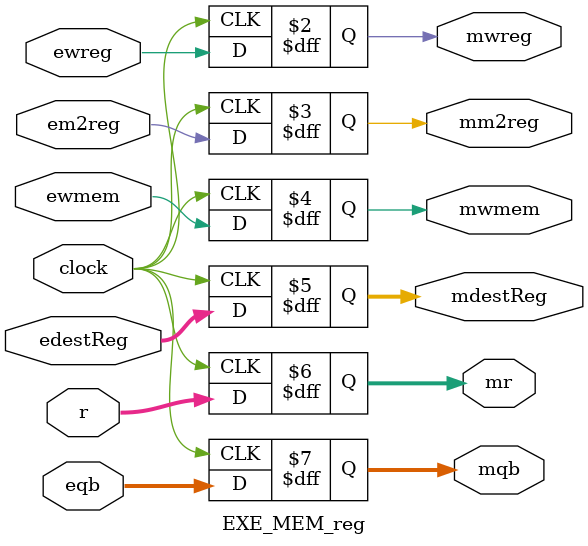
<source format=v>
`timescale 1ns / 1ps
module EXE_MEM_reg(
    input ewreg,
    input em2reg,
    input ewmem,
    input [4:0] edestReg,
    input [31:0] r,
    input [31:0] eqb,
    input clock,
    output reg mwreg,
    output reg mm2reg,
    output reg mwmem,
    output reg [4:0] mdestReg,
    output reg [31:0] mr,
    output reg [31:0] mqb);
    always @(posedge clock) begin
        mwreg = ewreg;
        mm2reg = em2reg;
        mwmem = ewmem;
        mdestReg = edestReg;
        mr = r;
        mqb = eqb;
    end
endmodule

</source>
